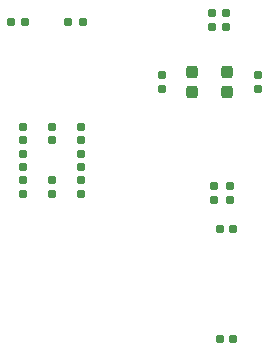
<source format=gbp>
G04 #@! TF.GenerationSoftware,KiCad,Pcbnew,8.0.4*
G04 #@! TF.CreationDate,2024-10-04T00:04:43-04:00*
G04 #@! TF.ProjectId,BlueSTM32,426c7565-5354-44d3-9332-2e6b69636164,rev?*
G04 #@! TF.SameCoordinates,Original*
G04 #@! TF.FileFunction,Paste,Bot*
G04 #@! TF.FilePolarity,Positive*
%FSLAX46Y46*%
G04 Gerber Fmt 4.6, Leading zero omitted, Abs format (unit mm)*
G04 Created by KiCad (PCBNEW 8.0.4) date 2024-10-04 00:04:43*
%MOMM*%
%LPD*%
G01*
G04 APERTURE LIST*
G04 Aperture macros list*
%AMRoundRect*
0 Rectangle with rounded corners*
0 $1 Rounding radius*
0 $2 $3 $4 $5 $6 $7 $8 $9 X,Y pos of 4 corners*
0 Add a 4 corners polygon primitive as box body*
4,1,4,$2,$3,$4,$5,$6,$7,$8,$9,$2,$3,0*
0 Add four circle primitives for the rounded corners*
1,1,$1+$1,$2,$3*
1,1,$1+$1,$4,$5*
1,1,$1+$1,$6,$7*
1,1,$1+$1,$8,$9*
0 Add four rect primitives between the rounded corners*
20,1,$1+$1,$2,$3,$4,$5,0*
20,1,$1+$1,$4,$5,$6,$7,0*
20,1,$1+$1,$6,$7,$8,$9,0*
20,1,$1+$1,$8,$9,$2,$3,0*%
G04 Aperture macros list end*
%ADD10RoundRect,0.160000X-0.197500X-0.160000X0.197500X-0.160000X0.197500X0.160000X-0.197500X0.160000X0*%
%ADD11RoundRect,0.160000X0.197500X0.160000X-0.197500X0.160000X-0.197500X-0.160000X0.197500X-0.160000X0*%
%ADD12RoundRect,0.160000X0.160000X-0.197500X0.160000X0.197500X-0.160000X0.197500X-0.160000X-0.197500X0*%
%ADD13RoundRect,0.160000X-0.160000X0.197500X-0.160000X-0.197500X0.160000X-0.197500X0.160000X0.197500X0*%
%ADD14RoundRect,0.155000X-0.155000X0.212500X-0.155000X-0.212500X0.155000X-0.212500X0.155000X0.212500X0*%
%ADD15RoundRect,0.155000X0.155000X-0.212500X0.155000X0.212500X-0.155000X0.212500X-0.155000X-0.212500X0*%
%ADD16RoundRect,0.155000X0.212500X0.155000X-0.212500X0.155000X-0.212500X-0.155000X0.212500X-0.155000X0*%
%ADD17RoundRect,0.155000X-0.212500X-0.155000X0.212500X-0.155000X0.212500X0.155000X-0.212500X0.155000X0*%
%ADD18RoundRect,0.237500X0.237500X-0.300000X0.237500X0.300000X-0.237500X0.300000X-0.237500X-0.300000X0*%
%ADD19RoundRect,0.237500X-0.237500X0.300000X-0.237500X-0.300000X0.237500X-0.300000X0.237500X0.300000X0*%
G04 APERTURE END LIST*
D10*
X171772500Y-108300000D03*
X172967500Y-108300000D03*
D11*
X168067500Y-108320000D03*
X166872500Y-108320000D03*
D12*
X185137500Y-108727500D03*
X185137500Y-107532500D03*
D13*
X183927500Y-107522500D03*
X183927500Y-108717500D03*
D14*
X172810000Y-118287500D03*
X172810000Y-117152500D03*
D15*
X172810000Y-121712500D03*
X172810000Y-122847500D03*
X170370000Y-121712500D03*
X170370000Y-122847500D03*
D14*
X170370000Y-118297500D03*
X170370000Y-117162500D03*
X167890000Y-118287500D03*
X167890000Y-117152500D03*
D15*
X167900000Y-121712500D03*
X167900000Y-122847500D03*
D14*
X172810000Y-120577500D03*
X172810000Y-119442500D03*
D16*
X184565000Y-125852500D03*
X185700000Y-125852500D03*
D14*
X184080000Y-123337500D03*
X184080000Y-122202500D03*
X185440000Y-123337500D03*
X185440000Y-122202500D03*
D17*
X185710000Y-135132500D03*
X184575000Y-135132500D03*
D18*
X182252500Y-112497500D03*
X182252500Y-114222500D03*
D19*
X185162500Y-114222500D03*
X185162500Y-112497500D03*
D14*
X187802500Y-113937500D03*
X187802500Y-112802500D03*
D15*
X179692500Y-112792500D03*
X179692500Y-113927500D03*
D14*
X167900000Y-120577500D03*
X167900000Y-119442500D03*
M02*

</source>
